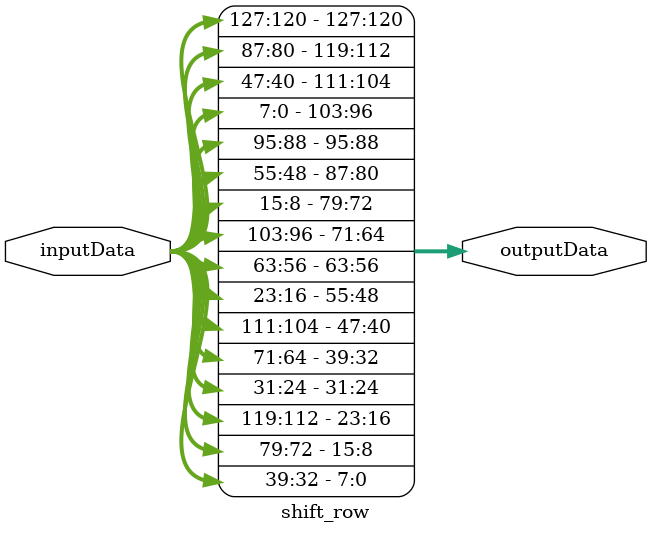
<source format=v>
module shift_row(
	input  [127:0] inputData,
	output [127:0] outputData
);

	assign outputData = {inputData[127:120], inputData[87:80],
								inputData[47:40],   inputData[7:0],
								inputData[95:88],	  inputData[55:48],
								inputData[15:8],	  inputData[103:96],
								inputData[63:56],   inputData[23:16],
								inputData[111:104], inputData[71:64],
								inputData[31:24],   inputData[119:112],
								inputData[79:72],   inputData[39:32]
							  };

endmodule

</source>
